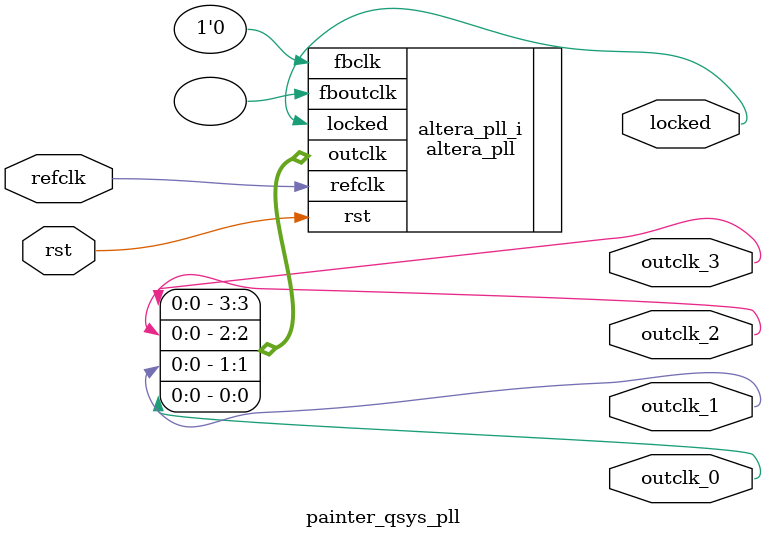
<source format=v>
`timescale 1ns/10ps
module  painter_qsys_pll(

	// interface 'refclk'
	input wire refclk,

	// interface 'reset'
	input wire rst,

	// interface 'outclk0'
	output wire outclk_0,

	// interface 'outclk1'
	output wire outclk_1,

	// interface 'outclk2'
	output wire outclk_2,

	// interface 'outclk3'
	output wire outclk_3,

	// interface 'locked'
	output wire locked
);

	altera_pll #(
		.fractional_vco_multiplier("false"),
		.reference_clock_frequency("50.0 MHz"),
		.operation_mode("normal"),
		.number_of_clocks(4),
		.output_clock_frequency0("120.000000 MHz"),
		.phase_shift0("0 ps"),
		.duty_cycle0(50),
		.output_clock_frequency1("120.000000 MHz"),
		.phase_shift1("6250 ps"),
		.duty_cycle1(50),
		.output_clock_frequency2("20.000000 MHz"),
		.phase_shift2("0 ps"),
		.duty_cycle2(50),
		.output_clock_frequency3("50.000000 MHz"),
		.phase_shift3("0 ps"),
		.duty_cycle3(50),
		.output_clock_frequency4("0 MHz"),
		.phase_shift4("0 ps"),
		.duty_cycle4(50),
		.output_clock_frequency5("0 MHz"),
		.phase_shift5("0 ps"),
		.duty_cycle5(50),
		.output_clock_frequency6("0 MHz"),
		.phase_shift6("0 ps"),
		.duty_cycle6(50),
		.output_clock_frequency7("0 MHz"),
		.phase_shift7("0 ps"),
		.duty_cycle7(50),
		.output_clock_frequency8("0 MHz"),
		.phase_shift8("0 ps"),
		.duty_cycle8(50),
		.output_clock_frequency9("0 MHz"),
		.phase_shift9("0 ps"),
		.duty_cycle9(50),
		.output_clock_frequency10("0 MHz"),
		.phase_shift10("0 ps"),
		.duty_cycle10(50),
		.output_clock_frequency11("0 MHz"),
		.phase_shift11("0 ps"),
		.duty_cycle11(50),
		.output_clock_frequency12("0 MHz"),
		.phase_shift12("0 ps"),
		.duty_cycle12(50),
		.output_clock_frequency13("0 MHz"),
		.phase_shift13("0 ps"),
		.duty_cycle13(50),
		.output_clock_frequency14("0 MHz"),
		.phase_shift14("0 ps"),
		.duty_cycle14(50),
		.output_clock_frequency15("0 MHz"),
		.phase_shift15("0 ps"),
		.duty_cycle15(50),
		.output_clock_frequency16("0 MHz"),
		.phase_shift16("0 ps"),
		.duty_cycle16(50),
		.output_clock_frequency17("0 MHz"),
		.phase_shift17("0 ps"),
		.duty_cycle17(50),
		.pll_type("General"),
		.pll_subtype("General")
	) altera_pll_i (
		.rst	(rst),
		.outclk	({outclk_3, outclk_2, outclk_1, outclk_0}),
		.locked	(locked),
		.fboutclk	( ),
		.fbclk	(1'b0),
		.refclk	(refclk)
	);
endmodule


</source>
